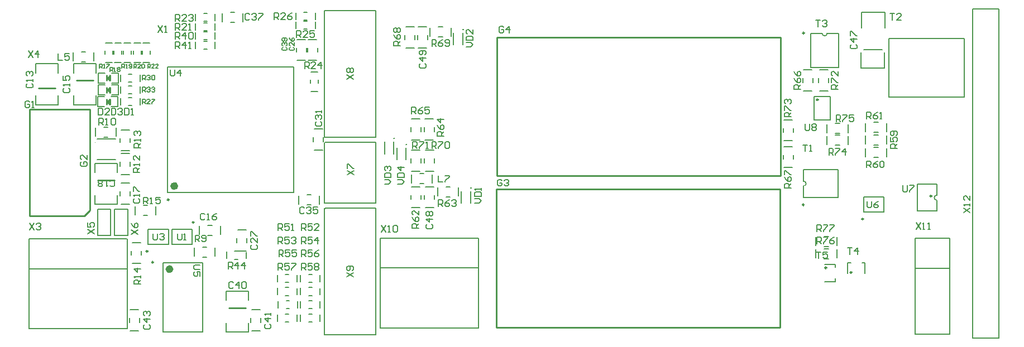
<source format=gto>
G04*
G04 #@! TF.GenerationSoftware,Altium Limited,Altium Designer,20.0.2 (26)*
G04*
G04 Layer_Color=439754*
%FSLAX44Y44*%
%MOMM*%
G71*
G01*
G75*
%ADD10C,0.1000*%
%ADD11C,0.2500*%
%ADD12C,0.2540*%
%ADD13C,0.2000*%
%ADD14C,0.6000*%
%ADD15C,0.1500*%
%ADD16C,0.1270*%
D10*
X1973020Y505800D02*
G03*
X1973020Y505800I-500J0D01*
G01*
D11*
X3069320Y570680D02*
G03*
X3069320Y570680I-1250J0D01*
G01*
X2122770Y384640D02*
G03*
X2122770Y384640I-1250J0D01*
G01*
X2052770Y340640D02*
G03*
X2052770Y340640I-1250J0D01*
G01*
X3241465Y424480D02*
G03*
X3241465Y424480I-1250J0D01*
G01*
X3137770Y389640D02*
G03*
X3137770Y389640I-1250J0D01*
G01*
X3048270Y671840D02*
G03*
X3048270Y671840I-1250J0D01*
G01*
X3047900Y411340D02*
G03*
X3047900Y411340I-1250J0D01*
G01*
X3120230Y308440D02*
G03*
X3120230Y308440I-1250J0D01*
G01*
X3081980Y315700D02*
G03*
X3081980Y315700I-1250J0D01*
G01*
X2061270Y323940D02*
G03*
X2061270Y323940I-1250J0D01*
G01*
X2084770Y418890D02*
G03*
X2084770Y418890I-1250J0D01*
G01*
X3011797Y455260D02*
Y665260D01*
X2581797Y455260D02*
X3011797D01*
X2581797D02*
Y665260D01*
X2581307Y225340D02*
Y435340D01*
Y225340D02*
X3011307D01*
Y435340D01*
D12*
X2444929Y502720D02*
G03*
X2444929Y502720I-559J0D01*
G01*
X2426079Y511890D02*
G03*
X2426079Y511890I-559J0D01*
G01*
X2530829Y677210D02*
G03*
X2530829Y677210I-559J0D01*
G01*
X2542719Y436680D02*
G03*
X2542719Y436680I-559J0D01*
G01*
X2581797Y665260D02*
X3011797D01*
X2581307Y435340D02*
X3011307D01*
X1995230Y563830D02*
Y567640D01*
X1991420D02*
X1995230Y571450D01*
X1991420Y567640D02*
X1995230Y563830D01*
Y567640D02*
Y571450D01*
X1990150Y563830D02*
Y571450D01*
X1992656Y567584D02*
X1995196D01*
X1995550Y581830D02*
Y585640D01*
X1991740D02*
X1995550Y589450D01*
X1991740Y585640D02*
X1995550Y581830D01*
Y585640D02*
Y589450D01*
X1990470Y581830D02*
Y589450D01*
X1992976Y585584D02*
X1995516D01*
X1995550Y599830D02*
Y603640D01*
X1991740D02*
X1995550Y607450D01*
X1991740Y603640D02*
X1995550Y599830D01*
Y603640D02*
Y607450D01*
X1990470Y599830D02*
Y607450D01*
X1992976Y603584D02*
X1995516D01*
X1944820Y599770D02*
X1970220D01*
X1886820Y588340D02*
X1912220D01*
X1873520Y394640D02*
Y555640D01*
X1955520D01*
X1964520Y546640D02*
Y555640D01*
X1955520D02*
X1964520D01*
X1873520Y394640D02*
X1956200D01*
X1964520Y402960D02*
Y546640D01*
X1956200Y394640D02*
X1964520Y402960D01*
X1976820Y448770D02*
X2002220D01*
X2175820Y254770D02*
X2201220D01*
D13*
X3249125Y425750D02*
G03*
X3249125Y418130I0J-3810D01*
G01*
X3075353Y671304D02*
G03*
X3082687Y671304I3667J0D01*
G01*
X3047186Y439673D02*
G03*
X3047186Y447007I0J3667D01*
G01*
X1975520Y479890D02*
X2003520D01*
X1975520Y511390D02*
X2003520D01*
X1940520Y562940D02*
Y576910D01*
X1974520Y562940D02*
Y576910D01*
X1940520Y562940D02*
X1974520D01*
Y611200D02*
Y625170D01*
X1940520Y611200D02*
Y625170D01*
X1974520D01*
X1916520Y611200D02*
Y625170D01*
X1882520Y611200D02*
Y625170D01*
X1916520D01*
X1882520Y562940D02*
Y576910D01*
X1916520Y562940D02*
Y576910D01*
X1882520Y562940D02*
X1916520D01*
X1972520Y411940D02*
Y425910D01*
X2006520Y411940D02*
Y425910D01*
X1972520Y411940D02*
X2006520D01*
Y460200D02*
Y474170D01*
X1972520Y460200D02*
Y474170D01*
X2006520D01*
X2089020Y351140D02*
Y374140D01*
X2120020Y351140D02*
Y374140D01*
X2089020Y351140D02*
X2120020D01*
X2089020Y374140D02*
X2120020D01*
X2084020Y351140D02*
Y374140D01*
X2053020Y351140D02*
Y374140D01*
X2084020D01*
X2053020Y351140D02*
X2084020D01*
X2171520Y217940D02*
Y231910D01*
X2205520Y217940D02*
Y231910D01*
X2171520Y217940D02*
X2205520D01*
Y266200D02*
Y280170D01*
X2171520Y266200D02*
Y280170D01*
X2205520D01*
X2430370Y479470D02*
Y497470D01*
X2444370Y479470D02*
Y497470D01*
X2411520Y488640D02*
Y506640D01*
X2425520Y488640D02*
Y506640D01*
X3219915Y401620D02*
X3249125D01*
X3219915Y442260D02*
X3249125D01*
X3219915Y401620D02*
Y442260D01*
X3249125Y401620D02*
Y418130D01*
Y425750D02*
Y442260D01*
X3170020Y618640D02*
Y642640D01*
X3138360Y646640D02*
X3166520D01*
X3134520Y618640D02*
X3170020D01*
X3134520D02*
Y642640D01*
X3135020Y703640D02*
X3170520D01*
Y679640D02*
Y703640D01*
X3135020Y679640D02*
Y703640D01*
X3169020Y400140D02*
Y423140D01*
X3138020Y400140D02*
Y423140D01*
X3169020D01*
X3138020Y400140D02*
X3169020D01*
X3058020Y671304D02*
X3075353D01*
X3082687D02*
X3100020D01*
Y619340D02*
Y671304D01*
X3058020Y619340D02*
X3099665D01*
X3058020D02*
Y671304D01*
X3176810Y663300D02*
X3291110D01*
X3176810Y574400D02*
X3291110D01*
Y663300D01*
X3176810Y574400D02*
Y663300D01*
X2530270Y653960D02*
Y671960D01*
X2516270Y653960D02*
Y671960D01*
X2542160Y413430D02*
Y431430D01*
X2528160Y413430D02*
Y431430D01*
X3047186Y422340D02*
X3099150D01*
Y463985D01*
X3047186Y464340D02*
X3099150D01*
X3047186Y447007D02*
Y464340D01*
Y422340D02*
Y439673D01*
X3139980Y306690D02*
Y322940D01*
X3113980Y306690D02*
Y322940D01*
X3118480D01*
X3135480D02*
X3139980D01*
X3078980Y294700D02*
X3095230D01*
X3078980Y320700D02*
X3095230D01*
Y316200D02*
Y320700D01*
Y294700D02*
Y299200D01*
X2075520Y218490D02*
X2136020D01*
X2075520Y323490D02*
X2136020D01*
Y218490D02*
Y323490D01*
X2075520Y218490D02*
Y323490D01*
X2273770Y429640D02*
Y620640D01*
X2082770Y429640D02*
Y620640D01*
X2273770D01*
X2082770Y429640D02*
X2273770D01*
X2592184Y680721D02*
X2590518Y682387D01*
X2587186D01*
X2585520Y680721D01*
Y674056D01*
X2587186Y672390D01*
X2590518D01*
X2592184Y674056D01*
Y677388D01*
X2588852D01*
X2600515Y672390D02*
Y682387D01*
X2595517Y677388D01*
X2602181D01*
X2589934Y447971D02*
X2588268Y449637D01*
X2584936D01*
X2583270Y447971D01*
Y441306D01*
X2584936Y439640D01*
X2588268D01*
X2589934Y441306D01*
Y444638D01*
X2586602D01*
X2593267Y447971D02*
X2594933Y449637D01*
X2598265D01*
X2599931Y447971D01*
Y446305D01*
X2598265Y444638D01*
X2596599D01*
X2598265D01*
X2599931Y442972D01*
Y441306D01*
X2598265Y439640D01*
X2594933D01*
X2593267Y441306D01*
X3119689Y654555D02*
X3118023Y652888D01*
Y649556D01*
X3119689Y647890D01*
X3126354D01*
X3128020Y649556D01*
Y652888D01*
X3126354Y654555D01*
X3128020Y662885D02*
X3118023D01*
X3123022Y657887D01*
Y664551D01*
X3118023Y667884D02*
Y674548D01*
X3119689D01*
X3126354Y667884D01*
X3128020D01*
X2493520Y455637D02*
Y445640D01*
X2500184D01*
X2503517Y455637D02*
X2510181D01*
Y453971D01*
X2503517Y447306D01*
Y445640D01*
X3142520Y541640D02*
Y551637D01*
X3147518D01*
X3149185Y549971D01*
Y546638D01*
X3147518Y544972D01*
X3142520D01*
X3145852D02*
X3149185Y541640D01*
X3159181Y551637D02*
X3155849Y549971D01*
X3152517Y546638D01*
Y543306D01*
X3154183Y541640D01*
X3157515D01*
X3159181Y543306D01*
Y544972D01*
X3157515Y546638D01*
X3152517D01*
X3162514Y541640D02*
X3165846D01*
X3164180D01*
Y551637D01*
X3162514Y549971D01*
X3142520Y467640D02*
Y477637D01*
X3147518D01*
X3149185Y475971D01*
Y472638D01*
X3147518Y470972D01*
X3142520D01*
X3145852D02*
X3149185Y467640D01*
X3159181Y477637D02*
X3155849Y475971D01*
X3152517Y472638D01*
Y469306D01*
X3154183Y467640D01*
X3157515D01*
X3159181Y469306D01*
Y470972D01*
X3157515Y472638D01*
X3152517D01*
X3162514Y475971D02*
X3164180Y477637D01*
X3167512D01*
X3169178Y475971D01*
Y469306D01*
X3167512Y467640D01*
X3164180D01*
X3162514Y469306D01*
Y475971D01*
X2535523Y650640D02*
X2542188D01*
X2545520Y653972D01*
X2542188Y657305D01*
X2535523D01*
Y660637D02*
X2545520D01*
Y665635D01*
X2543854Y667301D01*
X2537189D01*
X2535523Y665635D01*
Y660637D01*
X2545520Y677298D02*
Y670634D01*
X2538855Y677298D01*
X2537189D01*
X2535523Y675632D01*
Y672300D01*
X2537189Y670634D01*
X2548523Y413640D02*
X2555188D01*
X2558520Y416972D01*
X2555188Y420304D01*
X2548523D01*
Y423637D02*
X2558520D01*
Y428635D01*
X2556854Y430301D01*
X2550189D01*
X2548523Y428635D01*
Y423637D01*
X2558520Y433633D02*
Y436966D01*
Y435300D01*
X2548523D01*
X2550189Y433633D01*
X2431523Y442640D02*
X2438188D01*
X2441520Y445972D01*
X2438188Y449305D01*
X2431523D01*
Y452637D02*
X2441520D01*
Y457635D01*
X2439854Y459301D01*
X2433189D01*
X2431523Y457635D01*
Y452637D01*
X2441520Y467632D02*
X2431523D01*
X2436522Y462634D01*
Y469298D01*
X2411523Y442640D02*
X2418188D01*
X2421520Y445972D01*
X2418188Y449305D01*
X2411523D01*
Y452637D02*
X2421520D01*
Y457635D01*
X2419854Y459301D01*
X2413189D01*
X2411523Y457635D01*
Y452637D01*
X2413189Y462634D02*
X2411523Y464300D01*
Y467632D01*
X2413189Y469298D01*
X2414855D01*
X2416522Y467632D01*
Y465966D01*
Y467632D01*
X2418188Y469298D01*
X2419854D01*
X2421520Y467632D01*
Y464300D01*
X2419854Y462634D01*
X3049520Y533637D02*
Y525306D01*
X3051186Y523640D01*
X3054518D01*
X3056184Y525306D01*
Y533637D01*
X3059517Y531971D02*
X3061183Y533637D01*
X3064515D01*
X3066181Y531971D01*
Y530304D01*
X3064515Y528638D01*
X3066181Y526972D01*
Y525306D01*
X3064515Y523640D01*
X3061183D01*
X3059517Y525306D01*
Y526972D01*
X3061183Y528638D01*
X3059517Y530304D01*
Y531971D01*
X3061183Y528638D02*
X3064515D01*
X3197520Y440637D02*
Y432306D01*
X3199186Y430640D01*
X3202518D01*
X3204185Y432306D01*
Y440637D01*
X3207517D02*
X3214181D01*
Y438971D01*
X3207517Y432306D01*
Y430640D01*
X3143520Y416637D02*
Y408306D01*
X3145186Y406640D01*
X3148518D01*
X3150185Y408306D01*
Y416637D01*
X3160181D02*
X3156849Y414971D01*
X3153517Y411638D01*
Y408306D01*
X3155183Y406640D01*
X3158515D01*
X3160181Y408306D01*
Y409972D01*
X3158515Y411638D01*
X3153517D01*
X3066542Y339689D02*
X3073206D01*
X3069874D01*
Y329692D01*
X3083203Y339689D02*
X3076539D01*
Y334690D01*
X3079871Y336357D01*
X3081537D01*
X3083203Y334690D01*
Y331358D01*
X3081537Y329692D01*
X3078205D01*
X3076539Y331358D01*
X3114040Y345785D02*
X3120705D01*
X3117372D01*
Y335788D01*
X3129035D02*
Y345785D01*
X3124037Y340786D01*
X3130701D01*
X3065520Y691637D02*
X3072184D01*
X3068852D01*
Y681640D01*
X3075517Y689971D02*
X3077183Y691637D01*
X3080515D01*
X3082181Y689971D01*
Y688305D01*
X3080515Y686638D01*
X3078849D01*
X3080515D01*
X3082181Y684972D01*
Y683306D01*
X3080515Y681640D01*
X3077183D01*
X3075517Y683306D01*
X3178270Y701887D02*
X3184934D01*
X3181602D01*
Y691890D01*
X3194931D02*
X3188267D01*
X3194931Y698555D01*
Y700221D01*
X3193265Y701887D01*
X3189933D01*
X3188267Y700221D01*
X3046222Y502249D02*
X3052886D01*
X3049554D01*
Y492252D01*
X3056219D02*
X3059551D01*
X3057885D01*
Y502249D01*
X3056219Y500583D01*
X3067050Y370840D02*
Y380837D01*
X3072048D01*
X3073715Y379171D01*
Y375838D01*
X3072048Y374172D01*
X3067050D01*
X3070382D02*
X3073715Y370840D01*
X3077047Y380837D02*
X3083711D01*
Y379171D01*
X3077047Y372506D01*
Y370840D01*
X3087043Y380837D02*
X3093708D01*
Y379171D01*
X3087043Y372506D01*
Y370840D01*
X3067050Y352298D02*
Y362295D01*
X3072048D01*
X3073715Y360629D01*
Y357296D01*
X3072048Y355630D01*
X3067050D01*
X3070382D02*
X3073715Y352298D01*
X3077047Y362295D02*
X3083711D01*
Y360629D01*
X3077047Y353964D01*
Y352298D01*
X3093708Y362295D02*
X3090376Y360629D01*
X3087043Y357296D01*
Y353964D01*
X3088710Y352298D01*
X3092042D01*
X3093708Y353964D01*
Y355630D01*
X3092042Y357296D01*
X3087043D01*
X3096520Y537640D02*
Y547637D01*
X3101518D01*
X3103185Y545971D01*
Y542638D01*
X3101518Y540972D01*
X3096520D01*
X3099852D02*
X3103185Y537640D01*
X3106517Y547637D02*
X3113181D01*
Y545971D01*
X3106517Y539306D01*
Y537640D01*
X3123178Y547637D02*
X3116514D01*
Y542638D01*
X3119846Y544305D01*
X3121512D01*
X3123178Y542638D01*
Y539306D01*
X3121512Y537640D01*
X3118180D01*
X3116514Y539306D01*
X3085520Y486640D02*
Y496637D01*
X3090518D01*
X3092184Y494971D01*
Y491638D01*
X3090518Y489972D01*
X3085520D01*
X3088852D02*
X3092184Y486640D01*
X3095517Y496637D02*
X3102181D01*
Y494971D01*
X3095517Y488306D01*
Y486640D01*
X3110512D02*
Y496637D01*
X3105514Y491638D01*
X3112178D01*
X3028520Y544640D02*
X3018523D01*
Y549638D01*
X3020190Y551305D01*
X3023522D01*
X3025188Y549638D01*
Y544640D01*
Y547972D02*
X3028520Y551305D01*
X3018523Y554637D02*
Y561301D01*
X3020190D01*
X3026854Y554637D01*
X3028520D01*
X3020190Y564633D02*
X3018523Y566300D01*
Y569632D01*
X3020190Y571298D01*
X3021855D01*
X3023522Y569632D01*
Y567966D01*
Y569632D01*
X3025188Y571298D01*
X3026854D01*
X3028520Y569632D01*
Y566300D01*
X3026854Y564633D01*
X3099520Y586640D02*
X3089523D01*
Y591638D01*
X3091189Y593304D01*
X3094521D01*
X3096188Y591638D01*
Y586640D01*
Y589972D02*
X3099520Y593304D01*
X3089523Y596637D02*
Y603301D01*
X3091189D01*
X3097854Y596637D01*
X3099520D01*
Y613298D02*
Y606634D01*
X3092856Y613298D01*
X3091189D01*
X3089523Y611632D01*
Y608300D01*
X3091189Y606634D01*
X2454520Y496640D02*
Y506637D01*
X2459518D01*
X2461185Y504971D01*
Y501638D01*
X2459518Y499972D01*
X2454520D01*
X2457852D02*
X2461185Y496640D01*
X2464517Y506637D02*
X2471181D01*
Y504971D01*
X2464517Y498306D01*
Y496640D01*
X2474514D02*
X2477846D01*
X2476180D01*
Y506637D01*
X2474514Y504971D01*
X2483520Y496640D02*
Y506637D01*
X2488518D01*
X2490184Y504971D01*
Y501638D01*
X2488518Y499972D01*
X2483520D01*
X2486852D02*
X2490184Y496640D01*
X2493517Y506637D02*
X2500181D01*
Y504971D01*
X2493517Y498306D01*
Y496640D01*
X2503514Y504971D02*
X2505180Y506637D01*
X2508512D01*
X2510178Y504971D01*
Y498306D01*
X2508512Y496640D01*
X2505180D01*
X2503514Y498306D01*
Y504971D01*
X2483520Y651640D02*
Y661637D01*
X2488518D01*
X2490184Y659971D01*
Y656638D01*
X2488518Y654972D01*
X2483520D01*
X2486852D02*
X2490184Y651640D01*
X2500181Y661637D02*
X2496849Y659971D01*
X2493517Y656638D01*
Y653306D01*
X2495183Y651640D01*
X2498515D01*
X2500181Y653306D01*
Y654972D01*
X2498515Y656638D01*
X2493517D01*
X2503514Y653306D02*
X2505180Y651640D01*
X2508512D01*
X2510178Y653306D01*
Y659971D01*
X2508512Y661637D01*
X2505180D01*
X2503514Y659971D01*
Y658305D01*
X2505180Y656638D01*
X2510178D01*
X2435520Y652640D02*
X2425523D01*
Y657638D01*
X2427189Y659305D01*
X2430522D01*
X2432188Y657638D01*
Y652640D01*
Y655972D02*
X2435520Y659305D01*
X2425523Y669301D02*
X2427189Y665969D01*
X2430522Y662637D01*
X2433854D01*
X2435520Y664303D01*
Y667635D01*
X2433854Y669301D01*
X2432188D01*
X2430522Y667635D01*
Y662637D01*
X2427189Y672634D02*
X2425523Y674300D01*
Y677632D01*
X2427189Y679298D01*
X2428855D01*
X2430522Y677632D01*
X2432188Y679298D01*
X2433854D01*
X2435520Y677632D01*
Y674300D01*
X2433854Y672634D01*
X2432188D01*
X2430522Y674300D01*
X2428855Y672634D01*
X2427189D01*
X2430522Y674300D02*
Y677632D01*
X3028520Y436640D02*
X3018523D01*
Y441638D01*
X3020190Y443304D01*
X3023522D01*
X3025188Y441638D01*
Y436640D01*
Y439972D02*
X3028520Y443304D01*
X3018523Y453301D02*
X3020190Y449969D01*
X3023522Y446637D01*
X3026854D01*
X3028520Y448303D01*
Y451635D01*
X3026854Y453301D01*
X3025188D01*
X3023522Y451635D01*
Y446637D01*
X3018523Y456634D02*
Y463298D01*
X3020190D01*
X3026854Y456634D01*
X3028520D01*
X3042520Y586640D02*
X3032523D01*
Y591638D01*
X3034189Y593304D01*
X3037522D01*
X3039188Y591638D01*
Y586640D01*
Y589972D02*
X3042520Y593304D01*
X3032523Y603301D02*
X3034189Y599969D01*
X3037522Y596637D01*
X3040854D01*
X3042520Y598303D01*
Y601635D01*
X3040854Y603301D01*
X3039188D01*
X3037522Y601635D01*
Y596637D01*
X3032523Y613298D02*
X3034189Y609966D01*
X3037522Y606634D01*
X3040854D01*
X3042520Y608300D01*
Y611632D01*
X3040854Y613298D01*
X3039188D01*
X3037522Y611632D01*
Y606634D01*
X2452624Y549148D02*
Y559145D01*
X2457622D01*
X2459288Y557479D01*
Y554146D01*
X2457622Y552480D01*
X2452624D01*
X2455956D02*
X2459288Y549148D01*
X2469285Y559145D02*
X2465953Y557479D01*
X2462621Y554146D01*
Y550814D01*
X2464287Y549148D01*
X2467619D01*
X2469285Y550814D01*
Y552480D01*
X2467619Y554146D01*
X2462621D01*
X2479282Y559145D02*
X2472618D01*
Y554146D01*
X2475950Y555812D01*
X2477616D01*
X2479282Y554146D01*
Y550814D01*
X2477616Y549148D01*
X2474284D01*
X2472618Y550814D01*
X2501520Y515640D02*
X2491523D01*
Y520638D01*
X2493189Y522304D01*
X2496522D01*
X2498188Y520638D01*
Y515640D01*
Y518972D02*
X2501520Y522304D01*
X2491523Y532301D02*
X2493189Y528969D01*
X2496522Y525637D01*
X2499854D01*
X2501520Y527303D01*
Y530635D01*
X2499854Y532301D01*
X2498188D01*
X2496522Y530635D01*
Y525637D01*
X2501520Y540632D02*
X2491523D01*
X2496522Y535634D01*
Y542298D01*
X2493520Y408640D02*
Y418637D01*
X2498518D01*
X2500184Y416971D01*
Y413638D01*
X2498518Y411972D01*
X2493520D01*
X2496852D02*
X2500184Y408640D01*
X2510181Y418637D02*
X2506849Y416971D01*
X2503517Y413638D01*
Y410306D01*
X2505183Y408640D01*
X2508515D01*
X2510181Y410306D01*
Y411972D01*
X2508515Y413638D01*
X2503517D01*
X2513514Y416971D02*
X2515180Y418637D01*
X2518512D01*
X2520178Y416971D01*
Y415304D01*
X2518512Y413638D01*
X2516846D01*
X2518512D01*
X2520178Y411972D01*
Y410306D01*
X2518512Y408640D01*
X2515180D01*
X2513514Y410306D01*
X2463520Y375640D02*
X2453523D01*
Y380638D01*
X2455189Y382304D01*
X2458522D01*
X2460188Y380638D01*
Y375640D01*
Y378972D02*
X2463520Y382304D01*
X2453523Y392301D02*
X2455189Y388969D01*
X2458522Y385637D01*
X2461854D01*
X2463520Y387303D01*
Y390635D01*
X2461854Y392301D01*
X2460188D01*
X2458522Y390635D01*
Y385637D01*
X2463520Y402298D02*
Y395634D01*
X2456855Y402298D01*
X2455189D01*
X2453523Y400632D01*
Y397300D01*
X2455189Y395634D01*
X3188740Y496640D02*
X3178743D01*
Y501638D01*
X3180410Y503304D01*
X3183741D01*
X3185408Y501638D01*
Y496640D01*
Y499972D02*
X3188740Y503304D01*
X3178743Y513301D02*
Y506637D01*
X3183741D01*
X3182076Y509969D01*
Y511635D01*
X3183741Y513301D01*
X3187074D01*
X3188740Y511635D01*
Y508303D01*
X3187074Y506637D01*
Y516634D02*
X3188740Y518300D01*
Y521632D01*
X3187074Y523298D01*
X3180410D01*
X3178743Y521632D01*
Y518300D01*
X3180410Y516634D01*
X3182076D01*
X3183741Y518300D01*
Y523298D01*
X2466189Y625304D02*
X2464523Y623638D01*
Y620306D01*
X2466189Y618640D01*
X2472854D01*
X2474520Y620306D01*
Y623638D01*
X2472854Y625304D01*
X2474520Y633635D02*
X2464523D01*
X2469522Y628637D01*
Y635301D01*
X2472854Y638633D02*
X2474520Y640300D01*
Y643632D01*
X2472854Y645298D01*
X2466189D01*
X2464523Y643632D01*
Y640300D01*
X2466189Y638633D01*
X2467856D01*
X2469522Y640300D01*
Y645298D01*
X2476189Y381305D02*
X2474523Y379638D01*
Y376306D01*
X2476189Y374640D01*
X2482854D01*
X2484520Y376306D01*
Y379638D01*
X2482854Y381305D01*
X2484520Y389635D02*
X2474523D01*
X2479522Y384637D01*
Y391301D01*
X2476189Y394634D02*
X2474523Y396300D01*
Y399632D01*
X2476189Y401298D01*
X2477856D01*
X2479522Y399632D01*
X2481188Y401298D01*
X2482854D01*
X2484520Y399632D01*
Y396300D01*
X2482854Y394634D01*
X2481188D01*
X2479522Y396300D01*
X2477856Y394634D01*
X2476189D01*
X2479522Y396300D02*
Y399632D01*
X2210189Y350304D02*
X2208523Y348638D01*
Y345306D01*
X2210189Y343640D01*
X2216854D01*
X2218520Y345306D01*
Y348638D01*
X2216854Y350304D01*
X2218520Y360301D02*
Y353637D01*
X2211855Y360301D01*
X2210189D01*
X2208523Y358635D01*
Y355303D01*
X2210189Y353637D01*
X2208523Y363634D02*
Y370298D01*
X2210189D01*
X2216854Y363634D01*
X2218520D01*
X2017520Y557637D02*
Y547640D01*
X2022518D01*
X2024185Y549306D01*
Y555971D01*
X2022518Y557637D01*
X2017520D01*
X2027517Y547640D02*
X2030849D01*
X2029183D01*
Y557637D01*
X2027517Y555971D01*
X1977520Y557637D02*
Y547640D01*
X1982518D01*
X1984185Y549306D01*
Y555971D01*
X1982518Y557637D01*
X1977520D01*
X1994181Y547640D02*
X1987517D01*
X1994181Y554305D01*
Y555971D01*
X1992515Y557637D01*
X1989183D01*
X1987517Y555971D01*
X1997520Y557637D02*
Y547640D01*
X2002518D01*
X2004185Y549306D01*
Y555971D01*
X2002518Y557637D01*
X1997520D01*
X2007517Y555971D02*
X2009183Y557637D01*
X2012515D01*
X2014181Y555971D01*
Y554305D01*
X2012515Y552638D01*
X2010849D01*
X2012515D01*
X2014181Y550972D01*
Y549306D01*
X2012515Y547640D01*
X2009183D01*
X2007517Y549306D01*
X2044520Y564640D02*
Y571638D01*
X2048019D01*
X2049185Y570471D01*
Y568139D01*
X2048019Y566973D01*
X2044520D01*
X2046853D02*
X2049185Y564640D01*
X2056183D02*
X2051518D01*
X2056183Y569305D01*
Y570471D01*
X2055017Y571638D01*
X2052684D01*
X2051518Y570471D01*
X2058515Y571638D02*
X2063181D01*
Y570471D01*
X2058515Y565806D01*
Y564640D01*
X2044520Y600640D02*
Y607638D01*
X2048019D01*
X2049185Y606471D01*
Y604139D01*
X2048019Y602973D01*
X2044520D01*
X2046853D02*
X2049185Y600640D01*
X2051518Y606471D02*
X2052684Y607638D01*
X2055017D01*
X2056183Y606471D01*
Y605305D01*
X2055017Y604139D01*
X2053850D01*
X2055017D01*
X2056183Y602973D01*
Y601806D01*
X2055017Y600640D01*
X2052684D01*
X2051518Y601806D01*
X2058515Y606471D02*
X2059682Y607638D01*
X2062014D01*
X2063181Y606471D01*
Y601806D01*
X2062014Y600640D01*
X2059682D01*
X2058515Y601806D01*
Y606471D01*
X2044520Y582640D02*
Y589638D01*
X2048019D01*
X2049185Y588471D01*
Y586139D01*
X2048019Y584973D01*
X2044520D01*
X2046853D02*
X2049185Y582640D01*
X2051518Y588471D02*
X2052684Y589638D01*
X2055017D01*
X2056183Y588471D01*
Y587305D01*
X2055017Y586139D01*
X2053850D01*
X2055017D01*
X2056183Y584973D01*
Y583806D01*
X2055017Y582640D01*
X2052684D01*
X2051518Y583806D01*
X2058515Y588471D02*
X2059682Y589638D01*
X2062014D01*
X2063181Y588471D01*
Y587305D01*
X2062014Y586139D01*
X2060848D01*
X2062014D01*
X2063181Y584973D01*
Y583806D01*
X2062014Y582640D01*
X2059682D01*
X2058515Y583806D01*
X2094520Y662640D02*
Y672637D01*
X2099518D01*
X2101185Y670971D01*
Y667638D01*
X2099518Y665972D01*
X2094520D01*
X2097852D02*
X2101185Y662640D01*
X2109515D02*
Y672637D01*
X2104517Y667638D01*
X2111181D01*
X2114514Y670971D02*
X2116180Y672637D01*
X2119512D01*
X2121178Y670971D01*
Y664306D01*
X2119512Y662640D01*
X2116180D01*
X2114514Y664306D01*
Y670971D01*
X2094520Y648640D02*
Y658637D01*
X2099518D01*
X2101185Y656971D01*
Y653638D01*
X2099518Y651972D01*
X2094520D01*
X2097852D02*
X2101185Y648640D01*
X2109515D02*
Y658637D01*
X2104517Y653638D01*
X2111181D01*
X2114514Y648640D02*
X2117846D01*
X2116180D01*
Y658637D01*
X2114514Y656971D01*
X2174520Y313640D02*
Y323637D01*
X2179518D01*
X2181185Y321971D01*
Y318638D01*
X2179518Y316972D01*
X2174520D01*
X2177852D02*
X2181185Y313640D01*
X2189515D02*
Y323637D01*
X2184517Y318638D01*
X2191181D01*
X2199512Y313640D02*
Y323637D01*
X2194514Y318638D01*
X2201178D01*
X2097520Y367637D02*
Y359306D01*
X2099186Y357640D01*
X2102518D01*
X2104185Y359306D01*
Y367637D01*
X2107517Y357640D02*
X2110849D01*
X2109183D01*
Y367637D01*
X2107517Y365971D01*
X2060520Y367637D02*
Y359306D01*
X2062186Y357640D01*
X2065518D01*
X2067184Y359306D01*
Y367637D01*
X2070517Y365971D02*
X2072183Y367637D01*
X2075515D01*
X2077181Y365971D01*
Y364305D01*
X2075515Y362638D01*
X2073849D01*
X2075515D01*
X2077181Y360972D01*
Y359306D01*
X2075515Y357640D01*
X2072183D01*
X2070517Y359306D01*
X2132017Y319490D02*
X2123686D01*
X2122020Y317824D01*
Y314492D01*
X2123686Y312826D01*
X2132017D01*
Y302829D02*
Y309493D01*
X2127018D01*
X2128685Y306161D01*
Y304495D01*
X2127018Y302829D01*
X2123686D01*
X2122020Y304495D01*
Y307827D01*
X2123686Y309493D01*
X3217672Y384139D02*
X3224337Y374142D01*
Y384139D02*
X3217672Y374142D01*
X3227669D02*
X3231001D01*
X3229335D01*
Y384139D01*
X3227669Y382473D01*
X3235999Y374142D02*
X3239332D01*
X3237666D01*
Y384139D01*
X3235999Y382473D01*
X2094520Y676640D02*
Y686637D01*
X2099518D01*
X2101185Y684971D01*
Y681638D01*
X2099518Y679972D01*
X2094520D01*
X2097852D02*
X2101185Y676640D01*
X2111181D02*
X2104517D01*
X2111181Y683305D01*
Y684971D01*
X2109515Y686637D01*
X2106183D01*
X2104517Y684971D01*
X2114514Y676640D02*
X2117846D01*
X2116180D01*
Y686637D01*
X2114514Y684971D01*
X2094520Y689640D02*
Y699637D01*
X2099518D01*
X2101185Y697971D01*
Y694638D01*
X2099518Y692972D01*
X2094520D01*
X2097852D02*
X2101185Y689640D01*
X2111181D02*
X2104517D01*
X2111181Y696304D01*
Y697971D01*
X2109515Y699637D01*
X2106183D01*
X2104517Y697971D01*
X2114514D02*
X2116180Y699637D01*
X2119512D01*
X2121178Y697971D01*
Y696304D01*
X2119512Y694638D01*
X2117846D01*
X2119512D01*
X2121178Y692972D01*
Y691306D01*
X2119512Y689640D01*
X2116180D01*
X2114514Y691306D01*
X2290520Y617640D02*
Y627637D01*
X2295518D01*
X2297184Y625971D01*
Y622638D01*
X2295518Y620972D01*
X2290520D01*
X2293852D02*
X2297184Y617640D01*
X2307181D02*
X2300517D01*
X2307181Y624305D01*
Y625971D01*
X2305515Y627637D01*
X2302183D01*
X2300517Y625971D01*
X2315512Y617640D02*
Y627637D01*
X2310514Y622638D01*
X2317178D01*
X2278520Y665640D02*
Y675637D01*
X2283518D01*
X2285184Y673971D01*
Y670638D01*
X2283518Y668972D01*
X2278520D01*
X2281852D02*
X2285184Y665640D01*
X2295181D02*
X2288517D01*
X2295181Y672305D01*
Y673971D01*
X2293515Y675637D01*
X2290183D01*
X2288517Y673971D01*
X2305178Y675637D02*
X2298514D01*
Y670638D01*
X2301846Y672305D01*
X2303512D01*
X2305178Y670638D01*
Y667306D01*
X2303512Y665640D01*
X2300180D01*
X2298514Y667306D01*
X2244520Y692640D02*
Y702637D01*
X2249518D01*
X2251185Y700971D01*
Y697638D01*
X2249518Y695972D01*
X2244520D01*
X2247852D02*
X2251185Y692640D01*
X2261181D02*
X2254517D01*
X2261181Y699305D01*
Y700971D01*
X2259515Y702637D01*
X2256183D01*
X2254517Y700971D01*
X2271178Y702637D02*
X2267846Y700971D01*
X2264514Y697638D01*
Y694306D01*
X2266180Y692640D01*
X2269512D01*
X2271178Y694306D01*
Y695972D01*
X2269512Y697638D01*
X2264514D01*
X2308189Y537304D02*
X2306523Y535638D01*
Y532306D01*
X2308189Y530640D01*
X2314854D01*
X2316520Y532306D01*
Y535638D01*
X2314854Y537304D01*
X2308189Y540637D02*
X2306523Y542303D01*
Y545635D01*
X2308189Y547301D01*
X2309855D01*
X2311522Y545635D01*
Y543969D01*
Y545635D01*
X2313188Y547301D01*
X2314854D01*
X2316520Y545635D01*
Y542303D01*
X2314854Y540637D01*
X2316520Y550634D02*
Y553966D01*
Y552300D01*
X2306523D01*
X2308189Y550634D01*
X2290184Y405971D02*
X2288518Y407637D01*
X2285186D01*
X2283520Y405971D01*
Y399306D01*
X2285186Y397640D01*
X2288518D01*
X2290184Y399306D01*
X2293517Y405971D02*
X2295183Y407637D01*
X2298515D01*
X2300181Y405971D01*
Y404305D01*
X2298515Y402638D01*
X2296849D01*
X2298515D01*
X2300181Y400972D01*
Y399306D01*
X2298515Y397640D01*
X2295183D01*
X2293517Y399306D01*
X2310178Y407637D02*
X2303514D01*
Y402638D01*
X2306846Y404305D01*
X2308512D01*
X2310178Y402638D01*
Y399306D01*
X2308512Y397640D01*
X2305180D01*
X2303514Y399306D01*
X2207184Y699971D02*
X2205518Y701637D01*
X2202186D01*
X2200520Y699971D01*
Y693306D01*
X2202186Y691640D01*
X2205518D01*
X2207184Y693306D01*
X2210517Y699971D02*
X2212183Y701637D01*
X2215515D01*
X2217181Y699971D01*
Y698305D01*
X2215515Y696638D01*
X2213849D01*
X2215515D01*
X2217181Y694972D01*
Y693306D01*
X2215515Y691640D01*
X2212183D01*
X2210517Y693306D01*
X2220514Y701637D02*
X2227178D01*
Y699971D01*
X2220514Y693306D01*
Y691640D01*
X2257689Y650305D02*
X2256522Y649139D01*
Y646806D01*
X2257689Y645640D01*
X2262354D01*
X2263520Y646806D01*
Y649139D01*
X2262354Y650305D01*
X2257689Y652638D02*
X2256522Y653804D01*
Y656137D01*
X2257689Y657303D01*
X2258855D01*
X2260021Y656137D01*
Y654970D01*
Y656137D01*
X2261187Y657303D01*
X2262354D01*
X2263520Y656137D01*
Y653804D01*
X2262354Y652638D01*
Y659635D02*
X2263520Y660802D01*
Y663134D01*
X2262354Y664301D01*
X2257689D01*
X2256522Y663134D01*
Y660802D01*
X2257689Y659635D01*
X2258855D01*
X2260021Y660802D01*
Y664301D01*
X2068520Y682637D02*
X2075184Y672640D01*
Y682637D02*
X2068520Y672640D01*
X2078517D02*
X2081849D01*
X2080183D01*
Y682637D01*
X2078517Y680971D01*
X2027523Y366640D02*
X2037520Y373304D01*
X2027523D02*
X2037520Y366640D01*
X2027523Y383301D02*
X2029189Y379969D01*
X2032522Y376637D01*
X2035854D01*
X2037520Y378303D01*
Y381635D01*
X2035854Y383301D01*
X2034188D01*
X2032522Y381635D01*
Y376637D01*
X1961523Y367640D02*
X1971520Y374305D01*
X1961523D02*
X1971520Y367640D01*
X1961523Y384301D02*
Y377637D01*
X1966522D01*
X1964855Y380969D01*
Y382635D01*
X1966522Y384301D01*
X1969854D01*
X1971520Y382635D01*
Y379303D01*
X1969854Y377637D01*
X1871520Y644637D02*
X1878185Y634640D01*
Y644637D02*
X1871520Y634640D01*
X1886515D02*
Y644637D01*
X1881517Y639638D01*
X1888181D01*
X2285492Y312492D02*
Y322489D01*
X2290490D01*
X2292157Y320823D01*
Y317490D01*
X2290490Y315824D01*
X2285492D01*
X2288824D02*
X2292157Y312492D01*
X2302153Y322489D02*
X2295489D01*
Y317490D01*
X2298821Y319156D01*
X2300487D01*
X2302153Y317490D01*
Y314158D01*
X2300487Y312492D01*
X2297155D01*
X2295489Y314158D01*
X2305486Y320823D02*
X2307152Y322489D01*
X2310484D01*
X2312150Y320823D01*
Y319156D01*
X2310484Y317490D01*
X2312150Y315824D01*
Y314158D01*
X2310484Y312492D01*
X2307152D01*
X2305486Y314158D01*
Y315824D01*
X2307152Y317490D01*
X2305486Y319156D01*
Y320823D01*
X2307152Y317490D02*
X2310484D01*
X2250440Y312492D02*
Y322489D01*
X2255438D01*
X2257104Y320823D01*
Y317490D01*
X2255438Y315824D01*
X2250440D01*
X2253772D02*
X2257104Y312492D01*
X2267101Y322489D02*
X2260437D01*
Y317490D01*
X2263769Y319156D01*
X2265435D01*
X2267101Y317490D01*
Y314158D01*
X2265435Y312492D01*
X2262103D01*
X2260437Y314158D01*
X2270434Y322489D02*
X2277098D01*
Y320823D01*
X2270434Y314158D01*
Y312492D01*
X2285492Y332558D02*
Y342555D01*
X2290490D01*
X2292157Y340889D01*
Y337556D01*
X2290490Y335890D01*
X2285492D01*
X2288824D02*
X2292157Y332558D01*
X2302153Y342555D02*
X2295489D01*
Y337556D01*
X2298821Y339222D01*
X2300487D01*
X2302153Y337556D01*
Y334224D01*
X2300487Y332558D01*
X2297155D01*
X2295489Y334224D01*
X2312150Y342555D02*
X2308818Y340889D01*
X2305486Y337556D01*
Y334224D01*
X2307152Y332558D01*
X2310484D01*
X2312150Y334224D01*
Y335890D01*
X2310484Y337556D01*
X2305486D01*
X2251456Y332558D02*
Y342555D01*
X2256454D01*
X2258121Y340889D01*
Y337556D01*
X2256454Y335890D01*
X2251456D01*
X2254788D02*
X2258121Y332558D01*
X2268117Y342555D02*
X2261453D01*
Y337556D01*
X2264785Y339222D01*
X2266451D01*
X2268117Y337556D01*
Y334224D01*
X2266451Y332558D01*
X2263119D01*
X2261453Y334224D01*
X2278114Y342555D02*
X2271450D01*
Y337556D01*
X2274782Y339222D01*
X2276448D01*
X2278114Y337556D01*
Y334224D01*
X2276448Y332558D01*
X2273116D01*
X2271450Y334224D01*
X2285492Y352370D02*
Y362367D01*
X2290490D01*
X2292157Y360701D01*
Y357368D01*
X2290490Y355702D01*
X2285492D01*
X2288824D02*
X2292157Y352370D01*
X2302153Y362367D02*
X2295489D01*
Y357368D01*
X2298821Y359035D01*
X2300487D01*
X2302153Y357368D01*
Y354036D01*
X2300487Y352370D01*
X2297155D01*
X2295489Y354036D01*
X2310484Y352370D02*
Y362367D01*
X2305486Y357368D01*
X2312150D01*
X2250440Y352370D02*
Y362367D01*
X2255438D01*
X2257104Y360701D01*
Y357368D01*
X2255438Y355702D01*
X2250440D01*
X2253772D02*
X2257104Y352370D01*
X2267101Y362367D02*
X2260437D01*
Y357368D01*
X2263769Y359035D01*
X2265435D01*
X2267101Y357368D01*
Y354036D01*
X2265435Y352370D01*
X2262103D01*
X2260437Y354036D01*
X2270434Y360701D02*
X2272100Y362367D01*
X2275432D01*
X2277098Y360701D01*
Y359035D01*
X2275432Y357368D01*
X2273766D01*
X2275432D01*
X2277098Y355702D01*
Y354036D01*
X2275432Y352370D01*
X2272100D01*
X2270434Y354036D01*
X2285492Y372436D02*
Y382433D01*
X2290490D01*
X2292157Y380767D01*
Y377434D01*
X2290490Y375768D01*
X2285492D01*
X2288824D02*
X2292157Y372436D01*
X2302153Y382433D02*
X2295489D01*
Y377434D01*
X2298821Y379100D01*
X2300487D01*
X2302153Y377434D01*
Y374102D01*
X2300487Y372436D01*
X2297155D01*
X2295489Y374102D01*
X2312150Y372436D02*
X2305486D01*
X2312150Y379100D01*
Y380767D01*
X2310484Y382433D01*
X2307152D01*
X2305486Y380767D01*
X2250440Y372436D02*
Y382433D01*
X2255438D01*
X2257104Y380767D01*
Y377434D01*
X2255438Y375768D01*
X2250440D01*
X2253772D02*
X2257104Y372436D01*
X2267101Y382433D02*
X2260437D01*
Y377434D01*
X2263769Y379100D01*
X2265435D01*
X2267101Y377434D01*
Y374102D01*
X2265435Y372436D01*
X2262103D01*
X2260437Y374102D01*
X2270434Y372436D02*
X2273766D01*
X2272100D01*
Y382433D01*
X2270434Y380767D01*
X2046520Y412640D02*
Y422637D01*
X2051518D01*
X2053185Y420971D01*
Y417638D01*
X2051518Y415972D01*
X2046520D01*
X2049852D02*
X2053185Y412640D01*
X2056517D02*
X2059849D01*
X2058183D01*
Y422637D01*
X2056517Y420971D01*
X2071512Y422637D02*
X2064847D01*
Y417638D01*
X2068180Y419305D01*
X2069846D01*
X2071512Y417638D01*
Y414306D01*
X2069846Y412640D01*
X2066514D01*
X2064847Y414306D01*
X2041520Y290640D02*
X2031523D01*
Y295638D01*
X2033189Y297304D01*
X2036522D01*
X2038188Y295638D01*
Y290640D01*
Y293972D02*
X2041520Y297304D01*
Y300637D02*
Y303969D01*
Y302303D01*
X2031523D01*
X2033189Y300637D01*
X2041520Y313966D02*
X2031523D01*
X2036522Y308967D01*
Y315632D01*
X2041520Y497640D02*
X2031523D01*
Y502638D01*
X2033189Y504305D01*
X2036522D01*
X2038188Y502638D01*
Y497640D01*
Y500972D02*
X2041520Y504305D01*
Y507637D02*
Y510969D01*
Y509303D01*
X2031523D01*
X2033189Y507637D01*
Y515967D02*
X2031523Y517634D01*
Y520966D01*
X2033189Y522632D01*
X2034855D01*
X2036522Y520966D01*
Y519300D01*
Y520966D01*
X2038188Y522632D01*
X2039854D01*
X2041520Y520966D01*
Y517634D01*
X2039854Y515967D01*
X2040520Y460640D02*
X2030523D01*
Y465638D01*
X2032189Y467304D01*
X2035522D01*
X2037188Y465638D01*
Y460640D01*
Y463972D02*
X2040520Y467304D01*
Y470637D02*
Y473969D01*
Y472303D01*
X2030523D01*
X2032189Y470637D01*
X2040520Y485632D02*
Y478967D01*
X2033855Y485632D01*
X2032189D01*
X2030523Y483966D01*
Y480634D01*
X2032189Y478967D01*
X1978520Y532640D02*
Y542637D01*
X1983518D01*
X1985184Y540971D01*
Y537638D01*
X1983518Y535972D01*
X1978520D01*
X1981852D02*
X1985184Y532640D01*
X1988517D02*
X1991849D01*
X1990183D01*
Y542637D01*
X1988517Y540971D01*
X1996847D02*
X1998514Y542637D01*
X2001846D01*
X2003512Y540971D01*
Y534306D01*
X2001846Y532640D01*
X1998514D01*
X1996847Y534306D01*
Y540971D01*
X2124456Y355092D02*
Y365089D01*
X2129454D01*
X2131120Y363423D01*
Y360090D01*
X2129454Y358424D01*
X2124456D01*
X2127788D02*
X2131120Y355092D01*
X2134453Y356758D02*
X2136119Y355092D01*
X2139451D01*
X2141117Y356758D01*
Y363423D01*
X2139451Y365089D01*
X2136119D01*
X2134453Y363423D01*
Y361757D01*
X2136119Y360090D01*
X2141117D01*
X1916520Y640637D02*
Y630640D01*
X1923185D01*
X1933181Y640637D02*
X1926517D01*
Y635638D01*
X1929849Y637304D01*
X1931515D01*
X1933181Y635638D01*
Y632306D01*
X1931515Y630640D01*
X1928183D01*
X1926517Y632306D01*
X1952439Y476554D02*
X1950773Y474888D01*
Y471556D01*
X1952439Y469890D01*
X1959104D01*
X1960770Y471556D01*
Y474888D01*
X1959104Y476554D01*
X1955772D01*
Y473222D01*
X1960770Y486551D02*
Y479887D01*
X1954106Y486551D01*
X1952439D01*
X1950773Y484885D01*
Y481553D01*
X1952439Y479887D01*
X1873185Y566971D02*
X1871518Y568637D01*
X1868186D01*
X1866520Y566971D01*
Y560306D01*
X1868186Y558640D01*
X1871518D01*
X1873185Y560306D01*
Y563638D01*
X1869852D01*
X1876517Y558640D02*
X1879849D01*
X1878183D01*
Y568637D01*
X1876517Y566971D01*
X2048189Y229305D02*
X2046523Y227638D01*
Y224306D01*
X2048189Y222640D01*
X2054854D01*
X2056520Y224306D01*
Y227638D01*
X2054854Y229305D01*
X2056520Y237635D02*
X2046523D01*
X2051522Y232637D01*
Y239301D01*
X2048189Y242634D02*
X2046523Y244300D01*
Y247632D01*
X2048189Y249298D01*
X2049855D01*
X2051522Y247632D01*
Y245966D01*
Y247632D01*
X2053188Y249298D01*
X2054854D01*
X2056520Y247632D01*
Y244300D01*
X2054854Y242634D01*
X2231189Y230305D02*
X2229523Y228638D01*
Y225306D01*
X2231189Y223640D01*
X2237854D01*
X2239520Y225306D01*
Y228638D01*
X2237854Y230305D01*
X2239520Y238635D02*
X2229523D01*
X2234522Y233637D01*
Y240301D01*
X2239520Y243633D02*
Y246966D01*
Y245300D01*
X2229523D01*
X2231189Y243633D01*
X2182184Y292971D02*
X2180518Y294637D01*
X2177186D01*
X2175520Y292971D01*
Y286306D01*
X2177186Y284640D01*
X2180518D01*
X2182184Y286306D01*
X2190515Y284640D02*
Y294637D01*
X2185517Y289638D01*
X2192181D01*
X2195514Y292971D02*
X2197180Y294637D01*
X2200512D01*
X2202178Y292971D01*
Y286306D01*
X2200512Y284640D01*
X2197180D01*
X2195514Y286306D01*
Y292971D01*
X1995556Y440439D02*
X1997222Y438773D01*
X2000554D01*
X2002220Y440439D01*
Y447104D01*
X2000554Y448770D01*
X1997222D01*
X1995556Y447104D01*
X1992223Y448770D02*
X1988891D01*
X1990557D01*
Y438773D01*
X1992223Y440439D01*
X1983893D02*
X1982227Y438773D01*
X1978894D01*
X1977228Y440439D01*
Y442105D01*
X1978894Y443772D01*
X1977228Y445438D01*
Y447104D01*
X1978894Y448770D01*
X1982227D01*
X1983893Y447104D01*
Y445438D01*
X1982227Y443772D01*
X1983893Y442105D01*
Y440439D01*
X1982227Y443772D02*
X1978894D01*
X2032189Y420304D02*
X2030523Y418638D01*
Y415306D01*
X2032189Y413640D01*
X2038854D01*
X2040520Y415306D01*
Y418638D01*
X2038854Y420304D01*
X2040520Y423637D02*
Y426969D01*
Y425303D01*
X2030523D01*
X2032189Y423637D01*
X2030523Y431967D02*
Y438632D01*
X2032189D01*
X2038854Y431967D01*
X2040520D01*
X2138994Y396443D02*
X2137328Y398109D01*
X2133996D01*
X2132330Y396443D01*
Y389778D01*
X2133996Y388112D01*
X2137328D01*
X2138994Y389778D01*
X2142327Y388112D02*
X2145659D01*
X2143993D01*
Y398109D01*
X2142327Y396443D01*
X2157322Y398109D02*
X2153990Y396443D01*
X2150657Y393110D01*
Y389778D01*
X2152324Y388112D01*
X2155656D01*
X2157322Y389778D01*
Y391444D01*
X2155656Y393110D01*
X2150657D01*
X1926189Y588304D02*
X1924523Y586638D01*
Y583306D01*
X1926189Y581640D01*
X1932854D01*
X1934520Y583306D01*
Y586638D01*
X1932854Y588304D01*
X1934520Y591637D02*
Y594969D01*
Y593303D01*
X1924523D01*
X1926189Y591637D01*
X1924523Y606632D02*
Y599967D01*
X1929522D01*
X1927856Y603300D01*
Y604966D01*
X1929522Y606632D01*
X1932854D01*
X1934520Y604966D01*
Y601633D01*
X1932854Y599967D01*
X1870189Y595304D02*
X1868523Y593638D01*
Y590306D01*
X1870189Y588640D01*
X1876854D01*
X1878520Y590306D01*
Y593638D01*
X1876854Y595304D01*
X1878520Y598637D02*
Y601969D01*
Y600303D01*
X1868523D01*
X1870189Y598637D01*
Y606967D02*
X1868523Y608634D01*
Y611966D01*
X1870189Y613632D01*
X1871855D01*
X1873522Y611966D01*
Y610300D01*
Y611966D01*
X1875188Y613632D01*
X1876854D01*
X1878520Y611966D01*
Y608634D01*
X1876854Y606967D01*
X1873758Y383123D02*
X1880423Y373126D01*
Y383123D02*
X1873758Y373126D01*
X1883755Y381457D02*
X1885421Y383123D01*
X1888753D01*
X1890419Y381457D01*
Y379790D01*
X1888753Y378124D01*
X1887087D01*
X1888753D01*
X1890419Y376458D01*
Y374792D01*
X1888753Y373126D01*
X1885421D01*
X1883755Y374792D01*
X1995520Y613640D02*
Y619638D01*
X1998519D01*
X1999519Y618638D01*
Y616639D01*
X1998519Y615639D01*
X1995520D01*
X1997519D02*
X1999519Y613640D01*
X2001518D02*
X2003517D01*
X2002518D01*
Y619638D01*
X2001518Y618638D01*
X2006516D02*
X2007516Y619638D01*
X2009516D01*
X2010515Y618638D01*
Y617639D01*
X2009516Y616639D01*
X2010515Y615639D01*
Y614640D01*
X2009516Y613640D01*
X2007516D01*
X2006516Y614640D01*
Y615639D01*
X2007516Y616639D01*
X2006516Y617639D01*
Y618638D01*
X2007516Y616639D02*
X2009516D01*
X2013520Y618640D02*
Y624638D01*
X2016519D01*
X2017519Y623638D01*
Y621639D01*
X2016519Y620639D01*
X2013520D01*
X2015519D02*
X2017519Y618640D01*
X2019518D02*
X2021517D01*
X2020518D01*
Y624638D01*
X2019518Y623638D01*
X2024516Y619640D02*
X2025516Y618640D01*
X2027516D01*
X2028515Y619640D01*
Y623638D01*
X2027516Y624638D01*
X2025516D01*
X2024516Y623638D01*
Y622639D01*
X2025516Y621639D01*
X2028515D01*
X2031520Y618640D02*
Y624638D01*
X2034519D01*
X2035519Y623638D01*
Y621639D01*
X2034519Y620639D01*
X2031520D01*
X2033519D02*
X2035519Y618640D01*
X2041517D02*
X2037518D01*
X2041517Y622639D01*
Y623638D01*
X2040517Y624638D01*
X2038518D01*
X2037518Y623638D01*
X2043516D02*
X2044516Y624638D01*
X2046515D01*
X2047515Y623638D01*
Y619640D01*
X2046515Y618640D01*
X2044516D01*
X2043516Y619640D01*
Y623638D01*
X2052520Y618640D02*
Y624638D01*
X2055519D01*
X2056519Y623638D01*
Y621639D01*
X2055519Y620639D01*
X2052520D01*
X2054519D02*
X2056519Y618640D01*
X2062517D02*
X2058518D01*
X2062517Y622639D01*
Y623638D01*
X2061517Y624638D01*
X2059518D01*
X2058518Y623638D01*
X2068515Y618640D02*
X2064516D01*
X2068515Y622639D01*
Y623638D01*
X2067515Y624638D01*
X2065516D01*
X2064516Y623638D01*
X2086640Y616469D02*
Y608138D01*
X2088306Y606472D01*
X2091638D01*
X2093304Y608138D01*
Y616469D01*
X2101635Y606472D02*
Y616469D01*
X2096637Y611470D01*
X2103301D01*
X2268689Y650305D02*
X2267522Y649139D01*
Y646806D01*
X2268689Y645640D01*
X2273354D01*
X2274520Y646806D01*
Y649139D01*
X2273354Y650305D01*
X2274520Y657303D02*
Y652638D01*
X2269855Y657303D01*
X2268689D01*
X2267522Y656137D01*
Y653804D01*
X2268689Y652638D01*
X2267522Y664301D02*
X2268689Y661968D01*
X2271021Y659635D01*
X2273354D01*
X2274520Y660802D01*
Y663134D01*
X2273354Y664301D01*
X2272187D01*
X2271021Y663134D01*
Y659635D01*
X2354523Y301640D02*
X2364520Y308305D01*
X2354523D02*
X2364520Y301640D01*
X2362854Y311637D02*
X2364520Y313303D01*
Y316635D01*
X2362854Y318301D01*
X2356189D01*
X2354523Y316635D01*
Y313303D01*
X2356189Y311637D01*
X2357856D01*
X2359522Y313303D01*
Y318301D01*
X2354523Y601640D02*
X2364520Y608304D01*
X2354523D02*
X2364520Y601640D01*
X2356189Y611637D02*
X2354523Y613303D01*
Y616635D01*
X2356189Y618301D01*
X2357856D01*
X2359522Y616635D01*
X2361188Y618301D01*
X2362854D01*
X2364520Y616635D01*
Y613303D01*
X2362854Y611637D01*
X2361188D01*
X2359522Y613303D01*
X2357856Y611637D01*
X2356189D01*
X2359522Y613303D02*
Y616635D01*
X2355523Y456640D02*
X2365520Y463304D01*
X2355523D02*
X2365520Y456640D01*
X2355523Y466637D02*
Y473301D01*
X2357189D01*
X2363854Y466637D01*
X2365520D01*
X2406650Y379821D02*
X2413315Y369824D01*
Y379821D02*
X2406650Y369824D01*
X2416647D02*
X2419979D01*
X2418313D01*
Y379821D01*
X2416647Y378155D01*
X2424977D02*
X2426644Y379821D01*
X2429976D01*
X2431642Y378155D01*
Y371490D01*
X2429976Y369824D01*
X2426644D01*
X2424977Y371490D01*
Y378155D01*
X3289523Y399640D02*
X3299520Y406305D01*
X3289523D02*
X3299520Y399640D01*
Y409637D02*
Y412969D01*
Y411303D01*
X3289523D01*
X3291189Y409637D01*
X3299520Y424632D02*
Y417967D01*
X3292856Y424632D01*
X3291189D01*
X3289523Y422966D01*
Y419634D01*
X3291189Y417967D01*
X1979520Y618640D02*
Y624638D01*
X1982519D01*
X1983519Y623638D01*
Y621639D01*
X1982519Y620639D01*
X1979520D01*
X1981519D02*
X1983519Y618640D01*
X1985518D02*
X1987517D01*
X1986518D01*
Y624638D01*
X1985518Y623638D01*
X1990516Y624638D02*
X1994515D01*
Y623638D01*
X1990516Y619640D01*
Y618640D01*
D14*
X2088520Y313490D02*
G03*
X2088520Y313490I-3000J0D01*
G01*
X2095770Y439640D02*
G03*
X2095770Y439640I-3000J0D01*
G01*
D15*
X3063070Y539930D02*
Y575430D01*
Y539930D02*
X3087320D01*
Y575430D01*
X3063070D02*
X3087320D01*
X2293870Y411020D02*
X2300220D01*
X2293870Y426260D02*
X2300220D01*
X2312920Y412290D02*
Y424990D01*
X2281170Y412290D02*
Y424990D01*
X2319140Y506990D02*
Y513340D01*
X2303900Y506990D02*
Y513340D01*
X2305170Y526040D02*
X2317870D01*
X2305170Y494290D02*
X2317870D01*
X2300445Y583278D02*
X2310445D01*
X2300520Y612890D02*
X2310520D01*
X2299520Y595640D02*
Y600640D01*
X2311520Y595640D02*
Y600640D01*
X2296170Y661990D02*
X2308870D01*
X2296170Y630240D02*
X2308870D01*
X2310140Y642940D02*
Y649290D01*
X2294900Y642940D02*
Y649290D01*
X2277900Y642940D02*
Y649290D01*
X2293140Y642940D02*
Y649290D01*
X2279170Y630240D02*
X2291870D01*
X2279170Y661990D02*
X2291870D01*
X2289520Y677640D02*
X2294520D01*
X2289520Y689640D02*
X2294520D01*
X2306770Y678640D02*
Y688640D01*
X2277158Y678715D02*
Y688715D01*
Y692715D02*
Y702715D01*
X2306770Y692640D02*
Y702640D01*
X2289520Y703640D02*
X2294520D01*
X2289520Y691640D02*
X2294520D01*
X2177870Y688020D02*
X2184220D01*
X2177870Y703260D02*
X2184220D01*
X2196920Y689290D02*
Y701990D01*
X2165170Y689290D02*
Y701990D01*
X2137520Y647640D02*
X2142520D01*
X2137520Y659640D02*
X2142520D01*
X2154770Y648640D02*
Y658640D01*
X2125158Y648715D02*
Y658715D01*
Y662715D02*
Y672715D01*
X2154770Y662640D02*
Y672640D01*
X2137520Y673640D02*
X2142520D01*
X2137520Y661640D02*
X2142520D01*
X2154882Y676565D02*
Y686565D01*
X2125270Y676640D02*
Y686640D01*
X2137520Y675640D02*
X2142520D01*
X2137520Y687640D02*
X2142520D01*
X2137520Y701640D02*
X2142520D01*
X2137520Y689640D02*
X2142520D01*
X2125270Y690640D02*
Y700640D01*
X2154882Y690565D02*
Y700565D01*
X2030520Y639640D02*
Y644640D01*
X2042520Y639640D02*
Y644640D01*
X2031520Y627390D02*
X2041520D01*
X2031595Y657002D02*
X2041595D01*
X2016595Y657002D02*
X2026595D01*
X2016520Y627390D02*
X2026520D01*
X2027520Y639640D02*
Y644640D01*
X2015520Y639640D02*
Y644640D01*
X2001520Y639640D02*
Y644640D01*
X2013520Y639640D02*
Y644640D01*
X2002520Y627390D02*
X2012520D01*
X2002595Y657002D02*
X2012595D01*
X1988595Y657002D02*
X1998595D01*
X1988520Y627390D02*
X1998520D01*
X1999520Y639640D02*
Y644640D01*
X1987520Y639640D02*
Y644640D01*
X2023520Y597640D02*
X2028520D01*
X2023520Y609640D02*
X2028520D01*
X2040770Y598640D02*
Y608640D01*
X2011158Y598715D02*
Y608715D01*
Y562715D02*
Y572715D01*
X2040770Y562640D02*
Y572640D01*
X2023520Y573640D02*
X2028520D01*
X2023520Y561640D02*
X2028520D01*
X2011158Y580715D02*
Y590715D01*
X2040770Y580640D02*
Y590640D01*
X2023520Y591640D02*
X2028520D01*
X2023520Y579640D02*
X2028520D01*
X1951820Y643260D02*
X1958170D01*
X1951820Y628020D02*
X1958170D01*
X1939120Y629290D02*
Y641990D01*
X1970870Y629290D02*
Y641990D01*
X1985870Y514020D02*
X1992220D01*
X1985870Y529260D02*
X1992220D01*
X2004920Y515290D02*
Y527990D01*
X1973170Y515290D02*
Y527990D01*
X2012170Y524990D02*
X2024870D01*
X2012170Y493240D02*
X2024870D01*
X2026140Y505940D02*
Y512290D01*
X2010900Y505940D02*
Y512290D01*
X2026140Y424990D02*
Y431340D01*
X2010900Y424990D02*
Y431340D01*
X2012170Y444040D02*
X2024870D01*
X2012170Y412290D02*
X2024870D01*
X2033170Y396290D02*
Y408990D01*
X2064920Y396290D02*
Y408990D01*
X2045870Y410260D02*
X2052220D01*
X2045870Y395020D02*
X2052220D01*
X2027900Y334940D02*
Y341290D01*
X2043140Y334940D02*
Y341290D01*
X2029170Y322240D02*
X2041870D01*
X2029170Y353990D02*
X2041870D01*
X2026170Y220290D02*
X2038870D01*
X2026170Y252040D02*
X2038870D01*
X2024900Y232990D02*
Y239340D01*
X2040140Y232990D02*
Y239340D01*
X2210170Y220290D02*
X2222870D01*
X2210170Y252040D02*
X2222870D01*
X2208900Y232990D02*
Y239340D01*
X2224140Y232990D02*
Y239340D01*
X2172158Y329715D02*
Y339715D01*
X2201770Y329640D02*
Y339640D01*
X2184520Y340640D02*
X2189520D01*
X2184520Y328640D02*
X2189520D01*
X2189170Y372990D02*
X2201870D01*
X2189170Y341240D02*
X2201870D01*
X2203140Y353940D02*
Y360290D01*
X2187900Y353940D02*
Y360290D01*
X2296482Y233640D02*
X2301482D01*
X2296482Y245640D02*
X2301482D01*
X2313732Y234640D02*
Y244640D01*
X2284120Y234715D02*
Y244715D01*
X2249158Y234715D02*
Y244715D01*
X2278770Y234640D02*
Y244640D01*
X2261520Y245640D02*
X2266520D01*
X2261520Y233640D02*
X2266520D01*
X2296482Y253640D02*
X2301482D01*
X2296482Y265640D02*
X2301482D01*
X2313732Y254640D02*
Y264640D01*
X2284120Y254715D02*
Y264715D01*
X2250158Y254715D02*
Y264715D01*
X2279770Y254640D02*
Y264640D01*
X2262520Y265640D02*
X2267520D01*
X2262520Y253640D02*
X2267520D01*
X2296482Y273640D02*
X2301482D01*
X2296482Y285640D02*
X2301482D01*
X2313732Y274640D02*
Y284640D01*
X2284120Y274715D02*
Y284715D01*
X2249158Y274715D02*
Y284715D01*
X2278770Y274640D02*
Y284640D01*
X2261520Y285640D02*
X2266520D01*
X2261520Y273640D02*
X2266520D01*
X2296482Y293640D02*
X2301482D01*
X2296482Y305640D02*
X2301482D01*
X2313732Y294640D02*
Y304640D01*
X2284120Y294715D02*
Y304715D01*
X2249158Y294715D02*
Y304715D01*
X2278770Y294640D02*
Y304640D01*
X2261520Y305640D02*
X2266520D01*
X2261520Y293640D02*
X2266520D01*
X2452610Y438460D02*
X2465310D01*
X2452610Y406710D02*
X2465310D01*
X2466580Y419410D02*
Y425760D01*
X2451340Y419410D02*
Y425760D01*
X2473290Y406760D02*
X2485990D01*
X2473290Y438510D02*
X2485990D01*
X2472020Y419460D02*
Y425810D01*
X2487260Y419460D02*
Y425810D01*
X2464870Y443020D02*
X2471220D01*
X2464870Y458260D02*
X2471220D01*
X2483920Y444290D02*
Y456990D01*
X2452170Y444290D02*
Y456990D01*
X2452610Y462400D02*
X2465310D01*
X2452610Y494150D02*
X2465310D01*
X2451340Y475100D02*
Y481450D01*
X2466580Y475100D02*
Y481450D01*
X2473290Y462400D02*
X2485990D01*
X2473290Y494150D02*
X2485990D01*
X2472020Y475100D02*
Y481450D01*
X2487260Y475100D02*
Y481450D01*
X2472930Y509680D02*
X2485630D01*
X2472930Y541430D02*
X2485630D01*
X2471660Y522380D02*
Y528730D01*
X2486900Y522380D02*
Y528730D01*
X2462770Y649330D02*
X2475470D01*
X2462770Y681080D02*
X2475470D01*
X2461500Y662030D02*
Y668380D01*
X2476740Y662030D02*
Y668380D01*
X2443720Y681080D02*
X2456420D01*
X2443720Y649330D02*
X2456420D01*
X2457690Y662030D02*
Y668380D01*
X2442450Y662030D02*
Y668380D01*
X3303520Y208640D02*
Y708640D01*
X3343520Y208640D02*
Y708640D01*
X3303520D02*
X3343520D01*
X3303520Y208640D02*
X3343520D01*
X3071420Y615740D02*
X3084120D01*
X3071420Y583990D02*
X3084120D01*
X3085390Y596690D02*
Y603040D01*
X3070150Y596690D02*
Y603040D01*
X3046920Y583990D02*
X3059620D01*
X3046920Y615740D02*
X3059620D01*
X3045650Y596690D02*
Y603040D01*
X3060890Y596690D02*
Y603040D01*
X3114620Y520540D02*
Y533240D01*
X3082870Y520540D02*
Y533240D01*
X3095570Y519270D02*
X3101920D01*
X3095570Y534510D02*
X3101920D01*
X3082870Y502790D02*
Y515490D01*
X3114620Y502790D02*
Y515490D01*
X3095570Y516760D02*
X3101920D01*
X3095570Y501520D02*
X3101920D01*
X3153820Y536260D02*
X3160170D01*
X3153820Y521020D02*
X3160170D01*
X3141120Y522290D02*
Y534990D01*
X3172870Y522290D02*
Y534990D01*
Y503290D02*
Y515990D01*
X3141120Y503290D02*
Y515990D01*
X3153820Y502020D02*
X3160170D01*
X3153820Y517260D02*
X3160170D01*
X3153820Y498260D02*
X3160170D01*
X3153820Y483020D02*
X3160170D01*
X3141120Y484290D02*
Y496990D01*
X3172870Y484290D02*
Y496990D01*
X3017490Y499470D02*
X3030190D01*
X3017490Y467720D02*
X3030190D01*
X3031460Y480420D02*
Y486770D01*
X3016220Y480420D02*
Y486770D01*
X3017490Y540060D02*
X3030190D01*
X3017490Y508310D02*
X3030190D01*
X3031460Y521010D02*
Y527360D01*
X3016220Y521010D02*
Y527360D01*
X2493200Y681080D02*
X2499550D01*
X2493200Y665840D02*
X2499550D01*
X2480500Y667110D02*
Y679810D01*
X2512250Y667110D02*
Y679810D01*
X2504630Y438510D02*
X2510980D01*
X2504630Y423270D02*
X2510980D01*
X2491930Y424540D02*
Y437240D01*
X2523680Y424540D02*
Y437240D01*
X2466580Y522380D02*
Y528730D01*
X2451340Y522380D02*
Y528730D01*
X2452610Y541430D02*
X2465310D01*
X2452610Y509680D02*
X2465310D01*
X3078570Y363010D02*
X3084920D01*
X3078570Y347770D02*
X3084920D01*
X3065870Y349040D02*
Y361740D01*
X3097620Y349040D02*
Y361740D01*
X3078570Y344530D02*
X3084920D01*
X3078570Y329290D02*
X3084920D01*
X3065870Y330560D02*
Y343260D01*
X3097620Y330560D02*
Y343260D01*
X3268896Y214916D02*
X3269020Y215040D01*
X3268870Y314890D02*
X3269020Y315040D01*
Y360440D01*
X3216300Y315040D02*
Y360440D01*
Y215040D02*
Y315040D01*
X3269020Y215040D02*
Y315040D01*
X3216300Y314890D02*
X3268870D01*
X3216300Y360440D02*
X3269020D01*
X3216300Y214916D02*
X3268896D01*
X2002448Y364679D02*
Y404639D01*
X2002448Y404640D01*
X2022520D01*
X2015065Y364679D02*
X2015110Y364634D01*
X2015116Y364640D01*
X2022520D01*
X2002448Y364679D02*
X2015065D01*
X2022520Y364640D02*
Y404640D01*
X1976448Y364679D02*
Y404639D01*
X1976448Y404640D01*
X1996520D01*
X1989065Y364679D02*
X1989110Y364634D01*
X1989116Y364640D01*
X1996520D01*
X1976448Y364679D02*
X1989065D01*
X1996520Y364640D02*
Y404640D01*
X2012170Y488990D02*
X2024870D01*
X2012170Y457240D02*
X2024870D01*
X2026140Y469940D02*
Y476290D01*
X2010900Y469940D02*
Y476290D01*
X2135870Y332020D02*
X2142220D01*
X2135870Y347260D02*
X2142220D01*
X2154920Y333290D02*
Y345990D01*
X2123170Y333290D02*
Y345990D01*
X2162870Y366290D02*
Y378990D01*
X2131120Y366290D02*
Y378990D01*
X2143820Y365020D02*
X2150170D01*
X2143820Y380260D02*
X2150170D01*
X1872620Y319290D02*
Y359290D01*
X1872835Y359238D02*
X2021049D01*
X1872620Y223290D02*
X2021620D01*
X1872620Y299290D02*
Y319290D01*
X1877689Y314297D02*
X2021063D01*
X1872620Y295670D02*
Y299290D01*
X1872614Y223285D02*
Y295643D01*
X2021620Y319328D02*
Y359290D01*
Y223290D02*
Y319328D01*
X1872658Y314297D02*
X1877689D01*
X1872620Y295670D02*
X1872630Y295659D01*
X1872614Y295643D02*
X1872630Y295659D01*
X2044520Y639640D02*
Y644640D01*
X2056520Y639640D02*
Y644640D01*
X2045520Y627390D02*
X2055520D01*
X2045595Y657002D02*
X2055595D01*
X2320777Y213896D02*
X2398227D01*
X2320777Y405316D02*
X2320935Y405474D01*
X2398249Y405619D02*
X2398270Y405640D01*
X2320770Y405640D02*
X2320935Y405474D01*
X2321020Y405890D02*
X2398020D01*
X2320770Y405640D02*
X2321020Y405890D01*
X2320777Y213896D02*
Y405316D01*
X2398249Y213918D02*
Y405619D01*
X2320777Y513896D02*
X2398227D01*
X2320777Y705316D02*
X2320935Y705474D01*
X2398249Y705619D02*
X2398270Y705640D01*
X2320770Y705640D02*
X2320935Y705474D01*
X2321020Y705890D02*
X2398020D01*
X2320770Y705640D02*
X2321020Y705890D01*
X2320777Y513896D02*
Y705316D01*
X2398249Y513918D02*
Y705619D01*
X2321014Y505890D02*
X2398014D01*
X2320770Y413406D02*
X2398248D01*
X2398264Y413390D02*
Y505640D01*
X2398248Y413406D02*
X2398264Y413390D01*
X2320770Y413406D02*
Y505646D01*
X2405320Y320440D02*
Y360440D01*
X2405535Y360388D02*
X2553749D01*
X2405320Y224440D02*
X2554320D01*
X2405320Y300440D02*
Y320440D01*
X2410389Y315447D02*
X2553763D01*
X2405320Y296820D02*
Y300440D01*
X2405314Y224435D02*
Y296793D01*
X2554320Y320478D02*
Y360440D01*
Y224440D02*
Y320478D01*
X2405358Y315447D02*
X2410389D01*
X2405320Y296820D02*
X2405331Y296809D01*
X2405314Y296793D02*
X2405331Y296809D01*
D16*
X1977120Y560020D02*
Y575260D01*
X2007600Y560020D02*
Y575260D01*
X1997440D02*
X2007600D01*
X1977120Y560020D02*
X1987280D01*
X1997440D02*
X2007600D01*
X1977120Y575260D02*
X1987280D01*
X1977440Y578020D02*
Y593260D01*
X2007920Y578020D02*
Y593260D01*
X1997760D02*
X2007920D01*
X1977440Y578020D02*
X1987600D01*
X1997760D02*
X2007920D01*
X1977440Y593260D02*
X1987600D01*
X1977440Y596020D02*
Y611260D01*
X2007920Y596020D02*
Y611260D01*
X1997760D02*
X2007920D01*
X1977440Y596020D02*
X1987600D01*
X1997760D02*
X2007920D01*
X1977440Y611260D02*
X1987600D01*
M02*

</source>
